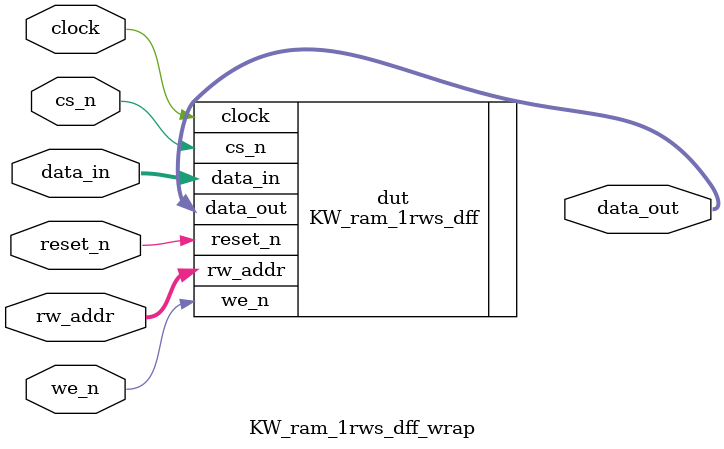
<source format=sv>
`default_nettype none

`define DATA_WIDTH (128)
`define DEPTH      (512)
`define ADDR_WIDTH ($clog2(`DEPTH))

module KW_ram_1rws_sram_wrap (
  input logic clock,
  input logic reset_n,

  input logic cs_n,
  input logic we_n,

  input  logic [`ADDR_WIDTH-1:0] rw_addr,
  input  logic [`DATA_WIDTH-1:0] data_in,
  output logic [`DATA_WIDTH-1:0] data_out
);
  KW_ram_1rws_sram #(
    .DATA_WIDTH(`DATA_WIDTH),
    .DEPTH(`DEPTH)
  ) dut (
    .clock(clock),
    .reset_n(reset_n),
    .cs_n(cs_n),
    .we_n(we_n),
    .rw_addr(rw_addr),
    .data_in(data_in),
    .data_out(data_out)
  );
endmodule

module KW_ram_1rws_dff_wrap (
  input logic clock,
  input logic reset_n,

  input logic cs_n,
  input logic we_n,

  input  logic [`ADDR_WIDTH-1:0] rw_addr,
  input  logic [`DATA_WIDTH-1:0] data_in,
  output logic [`DATA_WIDTH-1:0] data_out
);
  KW_ram_1rws_dff #(
    .DATA_WIDTH(`DATA_WIDTH),
    .DEPTH(`DEPTH)
  ) dut (
    .clock(clock),
    .reset_n(reset_n),
    .cs_n(cs_n),
    .we_n(we_n),
    .rw_addr(rw_addr),
    .data_in(data_in),
    .data_out(data_out)
  );
endmodule

</source>
